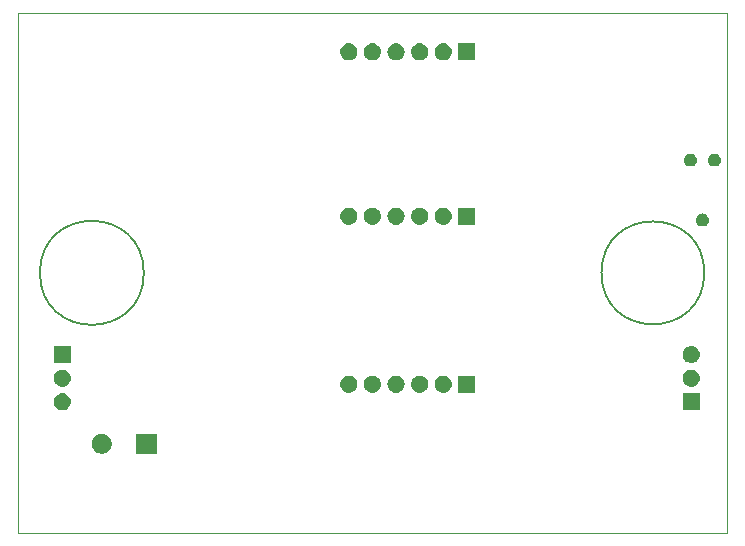
<source format=gbs>
G04 #@! TF.GenerationSoftware,KiCad,Pcbnew,5.1.4+dfsg1-1*
G04 #@! TF.CreationDate,2019-12-10T16:08:13+01:00*
G04 #@! TF.ProjectId,PAC5523,50414335-3532-4332-9e6b-696361645f70,rev?*
G04 #@! TF.SameCoordinates,Original*
G04 #@! TF.FileFunction,Soldermask,Bot*
G04 #@! TF.FilePolarity,Negative*
%FSLAX46Y46*%
G04 Gerber Fmt 4.6, Leading zero omitted, Abs format (unit mm)*
G04 Created by KiCad (PCBNEW 5.1.4+dfsg1-1) date 2019-12-10 16:08:13*
%MOMM*%
%LPD*%
G04 APERTURE LIST*
%ADD10C,0.150000*%
%ADD11C,0.050000*%
%ADD12C,0.100000*%
G04 APERTURE END LIST*
D10*
X30650284Y-45000000D02*
G75*
G03X30650284Y-45000000I-4400284J0D01*
G01*
X78104595Y-45000000D02*
G75*
G03X78104595Y-45000000I-4354595J0D01*
G01*
D11*
X20000000Y-23000000D02*
X80000000Y-23000000D01*
X20000000Y-67000000D02*
X20000000Y-23000000D01*
X80000000Y-67000000D02*
X20000000Y-67000000D01*
X80000000Y-23000000D02*
X80000000Y-67000000D01*
D12*
G36*
X31731000Y-60311000D02*
G01*
X30029000Y-60311000D01*
X30029000Y-58609000D01*
X31731000Y-58609000D01*
X31731000Y-60311000D01*
X31731000Y-60311000D01*
G37*
G36*
X27328228Y-58641703D02*
G01*
X27483100Y-58705853D01*
X27622481Y-58798985D01*
X27741015Y-58917519D01*
X27834147Y-59056900D01*
X27898297Y-59211772D01*
X27931000Y-59376184D01*
X27931000Y-59543816D01*
X27898297Y-59708228D01*
X27834147Y-59863100D01*
X27741015Y-60002481D01*
X27622481Y-60121015D01*
X27483100Y-60214147D01*
X27328228Y-60278297D01*
X27163816Y-60311000D01*
X26996184Y-60311000D01*
X26831772Y-60278297D01*
X26676900Y-60214147D01*
X26537519Y-60121015D01*
X26418985Y-60002481D01*
X26325853Y-59863100D01*
X26261703Y-59708228D01*
X26229000Y-59543816D01*
X26229000Y-59376184D01*
X26261703Y-59211772D01*
X26325853Y-59056900D01*
X26418985Y-58917519D01*
X26537519Y-58798985D01*
X26676900Y-58705853D01*
X26831772Y-58641703D01*
X26996184Y-58609000D01*
X27163816Y-58609000D01*
X27328228Y-58641703D01*
X27328228Y-58641703D01*
G37*
G36*
X23821213Y-55187502D02*
G01*
X23892321Y-55194505D01*
X24029172Y-55236019D01*
X24029175Y-55236020D01*
X24155294Y-55303432D01*
X24265843Y-55394157D01*
X24356568Y-55504706D01*
X24423980Y-55630825D01*
X24423981Y-55630828D01*
X24465495Y-55767679D01*
X24479512Y-55910000D01*
X24465495Y-56052321D01*
X24423981Y-56189172D01*
X24423980Y-56189175D01*
X24356568Y-56315294D01*
X24265843Y-56425843D01*
X24155294Y-56516568D01*
X24029175Y-56583980D01*
X24029172Y-56583981D01*
X23892321Y-56625495D01*
X23821213Y-56632498D01*
X23785660Y-56636000D01*
X23714340Y-56636000D01*
X23678787Y-56632498D01*
X23607679Y-56625495D01*
X23470828Y-56583981D01*
X23470825Y-56583980D01*
X23344706Y-56516568D01*
X23234157Y-56425843D01*
X23143432Y-56315294D01*
X23076020Y-56189175D01*
X23076019Y-56189172D01*
X23034505Y-56052321D01*
X23020488Y-55910000D01*
X23034505Y-55767679D01*
X23076019Y-55630828D01*
X23076020Y-55630825D01*
X23143432Y-55504706D01*
X23234157Y-55394157D01*
X23344706Y-55303432D01*
X23470825Y-55236020D01*
X23470828Y-55236019D01*
X23607679Y-55194505D01*
X23678787Y-55187502D01*
X23714340Y-55184000D01*
X23785660Y-55184000D01*
X23821213Y-55187502D01*
X23821213Y-55187502D01*
G37*
G36*
X77726000Y-56636000D02*
G01*
X76274000Y-56636000D01*
X76274000Y-55184000D01*
X77726000Y-55184000D01*
X77726000Y-56636000D01*
X77726000Y-56636000D01*
G37*
G36*
X58726000Y-55146000D02*
G01*
X57274000Y-55146000D01*
X57274000Y-53694000D01*
X58726000Y-53694000D01*
X58726000Y-55146000D01*
X58726000Y-55146000D01*
G37*
G36*
X56071213Y-53697502D02*
G01*
X56142321Y-53704505D01*
X56279172Y-53746019D01*
X56279175Y-53746020D01*
X56405294Y-53813432D01*
X56515843Y-53904157D01*
X56606568Y-54014706D01*
X56673980Y-54140825D01*
X56673981Y-54140828D01*
X56715495Y-54277679D01*
X56729512Y-54420000D01*
X56715495Y-54562321D01*
X56708924Y-54583981D01*
X56673980Y-54699175D01*
X56606568Y-54825294D01*
X56515843Y-54935843D01*
X56405294Y-55026568D01*
X56279175Y-55093980D01*
X56279172Y-55093981D01*
X56142321Y-55135495D01*
X56071213Y-55142498D01*
X56035660Y-55146000D01*
X55964340Y-55146000D01*
X55928787Y-55142498D01*
X55857679Y-55135495D01*
X55720828Y-55093981D01*
X55720825Y-55093980D01*
X55594706Y-55026568D01*
X55484157Y-54935843D01*
X55393432Y-54825294D01*
X55326020Y-54699175D01*
X55291076Y-54583981D01*
X55284505Y-54562321D01*
X55270488Y-54420000D01*
X55284505Y-54277679D01*
X55326019Y-54140828D01*
X55326020Y-54140825D01*
X55393432Y-54014706D01*
X55484157Y-53904157D01*
X55594706Y-53813432D01*
X55720825Y-53746020D01*
X55720828Y-53746019D01*
X55857679Y-53704505D01*
X55928787Y-53697502D01*
X55964340Y-53694000D01*
X56035660Y-53694000D01*
X56071213Y-53697502D01*
X56071213Y-53697502D01*
G37*
G36*
X54071213Y-53697502D02*
G01*
X54142321Y-53704505D01*
X54279172Y-53746019D01*
X54279175Y-53746020D01*
X54405294Y-53813432D01*
X54515843Y-53904157D01*
X54606568Y-54014706D01*
X54673980Y-54140825D01*
X54673981Y-54140828D01*
X54715495Y-54277679D01*
X54729512Y-54420000D01*
X54715495Y-54562321D01*
X54708924Y-54583981D01*
X54673980Y-54699175D01*
X54606568Y-54825294D01*
X54515843Y-54935843D01*
X54405294Y-55026568D01*
X54279175Y-55093980D01*
X54279172Y-55093981D01*
X54142321Y-55135495D01*
X54071213Y-55142498D01*
X54035660Y-55146000D01*
X53964340Y-55146000D01*
X53928787Y-55142498D01*
X53857679Y-55135495D01*
X53720828Y-55093981D01*
X53720825Y-55093980D01*
X53594706Y-55026568D01*
X53484157Y-54935843D01*
X53393432Y-54825294D01*
X53326020Y-54699175D01*
X53291076Y-54583981D01*
X53284505Y-54562321D01*
X53270488Y-54420000D01*
X53284505Y-54277679D01*
X53326019Y-54140828D01*
X53326020Y-54140825D01*
X53393432Y-54014706D01*
X53484157Y-53904157D01*
X53594706Y-53813432D01*
X53720825Y-53746020D01*
X53720828Y-53746019D01*
X53857679Y-53704505D01*
X53928787Y-53697502D01*
X53964340Y-53694000D01*
X54035660Y-53694000D01*
X54071213Y-53697502D01*
X54071213Y-53697502D01*
G37*
G36*
X52071213Y-53697502D02*
G01*
X52142321Y-53704505D01*
X52279172Y-53746019D01*
X52279175Y-53746020D01*
X52405294Y-53813432D01*
X52515843Y-53904157D01*
X52606568Y-54014706D01*
X52673980Y-54140825D01*
X52673981Y-54140828D01*
X52715495Y-54277679D01*
X52729512Y-54420000D01*
X52715495Y-54562321D01*
X52708924Y-54583981D01*
X52673980Y-54699175D01*
X52606568Y-54825294D01*
X52515843Y-54935843D01*
X52405294Y-55026568D01*
X52279175Y-55093980D01*
X52279172Y-55093981D01*
X52142321Y-55135495D01*
X52071213Y-55142498D01*
X52035660Y-55146000D01*
X51964340Y-55146000D01*
X51928787Y-55142498D01*
X51857679Y-55135495D01*
X51720828Y-55093981D01*
X51720825Y-55093980D01*
X51594706Y-55026568D01*
X51484157Y-54935843D01*
X51393432Y-54825294D01*
X51326020Y-54699175D01*
X51291076Y-54583981D01*
X51284505Y-54562321D01*
X51270488Y-54420000D01*
X51284505Y-54277679D01*
X51326019Y-54140828D01*
X51326020Y-54140825D01*
X51393432Y-54014706D01*
X51484157Y-53904157D01*
X51594706Y-53813432D01*
X51720825Y-53746020D01*
X51720828Y-53746019D01*
X51857679Y-53704505D01*
X51928787Y-53697502D01*
X51964340Y-53694000D01*
X52035660Y-53694000D01*
X52071213Y-53697502D01*
X52071213Y-53697502D01*
G37*
G36*
X50071213Y-53697502D02*
G01*
X50142321Y-53704505D01*
X50279172Y-53746019D01*
X50279175Y-53746020D01*
X50405294Y-53813432D01*
X50515843Y-53904157D01*
X50606568Y-54014706D01*
X50673980Y-54140825D01*
X50673981Y-54140828D01*
X50715495Y-54277679D01*
X50729512Y-54420000D01*
X50715495Y-54562321D01*
X50708924Y-54583981D01*
X50673980Y-54699175D01*
X50606568Y-54825294D01*
X50515843Y-54935843D01*
X50405294Y-55026568D01*
X50279175Y-55093980D01*
X50279172Y-55093981D01*
X50142321Y-55135495D01*
X50071213Y-55142498D01*
X50035660Y-55146000D01*
X49964340Y-55146000D01*
X49928787Y-55142498D01*
X49857679Y-55135495D01*
X49720828Y-55093981D01*
X49720825Y-55093980D01*
X49594706Y-55026568D01*
X49484157Y-54935843D01*
X49393432Y-54825294D01*
X49326020Y-54699175D01*
X49291076Y-54583981D01*
X49284505Y-54562321D01*
X49270488Y-54420000D01*
X49284505Y-54277679D01*
X49326019Y-54140828D01*
X49326020Y-54140825D01*
X49393432Y-54014706D01*
X49484157Y-53904157D01*
X49594706Y-53813432D01*
X49720825Y-53746020D01*
X49720828Y-53746019D01*
X49857679Y-53704505D01*
X49928787Y-53697502D01*
X49964340Y-53694000D01*
X50035660Y-53694000D01*
X50071213Y-53697502D01*
X50071213Y-53697502D01*
G37*
G36*
X48071213Y-53697502D02*
G01*
X48142321Y-53704505D01*
X48279172Y-53746019D01*
X48279175Y-53746020D01*
X48405294Y-53813432D01*
X48515843Y-53904157D01*
X48606568Y-54014706D01*
X48673980Y-54140825D01*
X48673981Y-54140828D01*
X48715495Y-54277679D01*
X48729512Y-54420000D01*
X48715495Y-54562321D01*
X48708924Y-54583981D01*
X48673980Y-54699175D01*
X48606568Y-54825294D01*
X48515843Y-54935843D01*
X48405294Y-55026568D01*
X48279175Y-55093980D01*
X48279172Y-55093981D01*
X48142321Y-55135495D01*
X48071213Y-55142498D01*
X48035660Y-55146000D01*
X47964340Y-55146000D01*
X47928787Y-55142498D01*
X47857679Y-55135495D01*
X47720828Y-55093981D01*
X47720825Y-55093980D01*
X47594706Y-55026568D01*
X47484157Y-54935843D01*
X47393432Y-54825294D01*
X47326020Y-54699175D01*
X47291076Y-54583981D01*
X47284505Y-54562321D01*
X47270488Y-54420000D01*
X47284505Y-54277679D01*
X47326019Y-54140828D01*
X47326020Y-54140825D01*
X47393432Y-54014706D01*
X47484157Y-53904157D01*
X47594706Y-53813432D01*
X47720825Y-53746020D01*
X47720828Y-53746019D01*
X47857679Y-53704505D01*
X47928787Y-53697502D01*
X47964340Y-53694000D01*
X48035660Y-53694000D01*
X48071213Y-53697502D01*
X48071213Y-53697502D01*
G37*
G36*
X77071213Y-53187502D02*
G01*
X77142321Y-53194505D01*
X77279172Y-53236019D01*
X77279175Y-53236020D01*
X77405294Y-53303432D01*
X77515843Y-53394157D01*
X77606568Y-53504706D01*
X77673980Y-53630825D01*
X77673981Y-53630828D01*
X77715495Y-53767679D01*
X77729512Y-53910000D01*
X77715495Y-54052321D01*
X77688647Y-54140825D01*
X77673980Y-54189175D01*
X77606568Y-54315294D01*
X77515843Y-54425843D01*
X77405294Y-54516568D01*
X77279175Y-54583980D01*
X77279172Y-54583981D01*
X77142321Y-54625495D01*
X77071213Y-54632498D01*
X77035660Y-54636000D01*
X76964340Y-54636000D01*
X76928787Y-54632498D01*
X76857679Y-54625495D01*
X76720828Y-54583981D01*
X76720825Y-54583980D01*
X76594706Y-54516568D01*
X76484157Y-54425843D01*
X76393432Y-54315294D01*
X76326020Y-54189175D01*
X76311353Y-54140825D01*
X76284505Y-54052321D01*
X76270488Y-53910000D01*
X76284505Y-53767679D01*
X76326019Y-53630828D01*
X76326020Y-53630825D01*
X76393432Y-53504706D01*
X76484157Y-53394157D01*
X76594706Y-53303432D01*
X76720825Y-53236020D01*
X76720828Y-53236019D01*
X76857679Y-53194505D01*
X76928787Y-53187502D01*
X76964340Y-53184000D01*
X77035660Y-53184000D01*
X77071213Y-53187502D01*
X77071213Y-53187502D01*
G37*
G36*
X23821213Y-53187502D02*
G01*
X23892321Y-53194505D01*
X24029172Y-53236019D01*
X24029175Y-53236020D01*
X24155294Y-53303432D01*
X24265843Y-53394157D01*
X24356568Y-53504706D01*
X24423980Y-53630825D01*
X24423981Y-53630828D01*
X24465495Y-53767679D01*
X24479512Y-53910000D01*
X24465495Y-54052321D01*
X24438647Y-54140825D01*
X24423980Y-54189175D01*
X24356568Y-54315294D01*
X24265843Y-54425843D01*
X24155294Y-54516568D01*
X24029175Y-54583980D01*
X24029172Y-54583981D01*
X23892321Y-54625495D01*
X23821213Y-54632498D01*
X23785660Y-54636000D01*
X23714340Y-54636000D01*
X23678787Y-54632498D01*
X23607679Y-54625495D01*
X23470828Y-54583981D01*
X23470825Y-54583980D01*
X23344706Y-54516568D01*
X23234157Y-54425843D01*
X23143432Y-54315294D01*
X23076020Y-54189175D01*
X23061353Y-54140825D01*
X23034505Y-54052321D01*
X23020488Y-53910000D01*
X23034505Y-53767679D01*
X23076019Y-53630828D01*
X23076020Y-53630825D01*
X23143432Y-53504706D01*
X23234157Y-53394157D01*
X23344706Y-53303432D01*
X23470825Y-53236020D01*
X23470828Y-53236019D01*
X23607679Y-53194505D01*
X23678787Y-53187502D01*
X23714340Y-53184000D01*
X23785660Y-53184000D01*
X23821213Y-53187502D01*
X23821213Y-53187502D01*
G37*
G36*
X77071213Y-51187502D02*
G01*
X77142321Y-51194505D01*
X77279172Y-51236019D01*
X77279175Y-51236020D01*
X77405294Y-51303432D01*
X77515843Y-51394157D01*
X77606568Y-51504706D01*
X77673980Y-51630825D01*
X77673981Y-51630828D01*
X77715495Y-51767679D01*
X77729512Y-51910000D01*
X77715495Y-52052321D01*
X77673981Y-52189172D01*
X77673980Y-52189175D01*
X77606568Y-52315294D01*
X77515843Y-52425843D01*
X77405294Y-52516568D01*
X77279175Y-52583980D01*
X77279172Y-52583981D01*
X77142321Y-52625495D01*
X77071213Y-52632498D01*
X77035660Y-52636000D01*
X76964340Y-52636000D01*
X76928787Y-52632498D01*
X76857679Y-52625495D01*
X76720828Y-52583981D01*
X76720825Y-52583980D01*
X76594706Y-52516568D01*
X76484157Y-52425843D01*
X76393432Y-52315294D01*
X76326020Y-52189175D01*
X76326019Y-52189172D01*
X76284505Y-52052321D01*
X76270488Y-51910000D01*
X76284505Y-51767679D01*
X76326019Y-51630828D01*
X76326020Y-51630825D01*
X76393432Y-51504706D01*
X76484157Y-51394157D01*
X76594706Y-51303432D01*
X76720825Y-51236020D01*
X76720828Y-51236019D01*
X76857679Y-51194505D01*
X76928787Y-51187502D01*
X76964340Y-51184000D01*
X77035660Y-51184000D01*
X77071213Y-51187502D01*
X77071213Y-51187502D01*
G37*
G36*
X24476000Y-52636000D02*
G01*
X23024000Y-52636000D01*
X23024000Y-51184000D01*
X24476000Y-51184000D01*
X24476000Y-52636000D01*
X24476000Y-52636000D01*
G37*
G36*
X78056330Y-39985442D02*
G01*
X78108979Y-39995915D01*
X78142042Y-40009610D01*
X78208170Y-40037001D01*
X78297434Y-40096645D01*
X78373355Y-40172566D01*
X78432999Y-40261830D01*
X78474085Y-40361022D01*
X78495030Y-40466318D01*
X78495030Y-40573682D01*
X78474085Y-40678978D01*
X78432999Y-40778170D01*
X78373355Y-40867434D01*
X78297434Y-40943355D01*
X78208170Y-41002999D01*
X78142042Y-41030390D01*
X78108979Y-41044085D01*
X78056330Y-41054558D01*
X78003682Y-41065030D01*
X77896318Y-41065030D01*
X77843670Y-41054558D01*
X77791021Y-41044085D01*
X77757958Y-41030390D01*
X77691830Y-41002999D01*
X77602566Y-40943355D01*
X77526645Y-40867434D01*
X77467001Y-40778170D01*
X77425915Y-40678978D01*
X77404970Y-40573682D01*
X77404970Y-40466318D01*
X77425915Y-40361022D01*
X77467001Y-40261830D01*
X77526645Y-40172566D01*
X77602566Y-40096645D01*
X77691830Y-40037001D01*
X77757958Y-40009610D01*
X77791021Y-39995915D01*
X77843670Y-39985442D01*
X77896318Y-39974970D01*
X78003682Y-39974970D01*
X78056330Y-39985442D01*
X78056330Y-39985442D01*
G37*
G36*
X48071213Y-39477502D02*
G01*
X48142321Y-39484505D01*
X48279172Y-39526019D01*
X48279175Y-39526020D01*
X48405294Y-39593432D01*
X48515843Y-39684157D01*
X48606568Y-39794706D01*
X48673980Y-39920825D01*
X48673981Y-39920828D01*
X48715495Y-40057679D01*
X48729512Y-40200000D01*
X48715495Y-40342321D01*
X48677880Y-40466318D01*
X48673980Y-40479175D01*
X48606568Y-40605294D01*
X48515843Y-40715843D01*
X48405294Y-40806568D01*
X48279175Y-40873980D01*
X48279172Y-40873981D01*
X48142321Y-40915495D01*
X48071213Y-40922498D01*
X48035660Y-40926000D01*
X47964340Y-40926000D01*
X47928787Y-40922498D01*
X47857679Y-40915495D01*
X47720828Y-40873981D01*
X47720825Y-40873980D01*
X47594706Y-40806568D01*
X47484157Y-40715843D01*
X47393432Y-40605294D01*
X47326020Y-40479175D01*
X47322120Y-40466318D01*
X47284505Y-40342321D01*
X47270488Y-40200000D01*
X47284505Y-40057679D01*
X47326019Y-39920828D01*
X47326020Y-39920825D01*
X47393432Y-39794706D01*
X47484157Y-39684157D01*
X47594706Y-39593432D01*
X47720825Y-39526020D01*
X47720828Y-39526019D01*
X47857679Y-39484505D01*
X47928787Y-39477502D01*
X47964340Y-39474000D01*
X48035660Y-39474000D01*
X48071213Y-39477502D01*
X48071213Y-39477502D01*
G37*
G36*
X50071213Y-39477502D02*
G01*
X50142321Y-39484505D01*
X50279172Y-39526019D01*
X50279175Y-39526020D01*
X50405294Y-39593432D01*
X50515843Y-39684157D01*
X50606568Y-39794706D01*
X50673980Y-39920825D01*
X50673981Y-39920828D01*
X50715495Y-40057679D01*
X50729512Y-40200000D01*
X50715495Y-40342321D01*
X50677880Y-40466318D01*
X50673980Y-40479175D01*
X50606568Y-40605294D01*
X50515843Y-40715843D01*
X50405294Y-40806568D01*
X50279175Y-40873980D01*
X50279172Y-40873981D01*
X50142321Y-40915495D01*
X50071213Y-40922498D01*
X50035660Y-40926000D01*
X49964340Y-40926000D01*
X49928787Y-40922498D01*
X49857679Y-40915495D01*
X49720828Y-40873981D01*
X49720825Y-40873980D01*
X49594706Y-40806568D01*
X49484157Y-40715843D01*
X49393432Y-40605294D01*
X49326020Y-40479175D01*
X49322120Y-40466318D01*
X49284505Y-40342321D01*
X49270488Y-40200000D01*
X49284505Y-40057679D01*
X49326019Y-39920828D01*
X49326020Y-39920825D01*
X49393432Y-39794706D01*
X49484157Y-39684157D01*
X49594706Y-39593432D01*
X49720825Y-39526020D01*
X49720828Y-39526019D01*
X49857679Y-39484505D01*
X49928787Y-39477502D01*
X49964340Y-39474000D01*
X50035660Y-39474000D01*
X50071213Y-39477502D01*
X50071213Y-39477502D01*
G37*
G36*
X52071213Y-39477502D02*
G01*
X52142321Y-39484505D01*
X52279172Y-39526019D01*
X52279175Y-39526020D01*
X52405294Y-39593432D01*
X52515843Y-39684157D01*
X52606568Y-39794706D01*
X52673980Y-39920825D01*
X52673981Y-39920828D01*
X52715495Y-40057679D01*
X52729512Y-40200000D01*
X52715495Y-40342321D01*
X52677880Y-40466318D01*
X52673980Y-40479175D01*
X52606568Y-40605294D01*
X52515843Y-40715843D01*
X52405294Y-40806568D01*
X52279175Y-40873980D01*
X52279172Y-40873981D01*
X52142321Y-40915495D01*
X52071213Y-40922498D01*
X52035660Y-40926000D01*
X51964340Y-40926000D01*
X51928787Y-40922498D01*
X51857679Y-40915495D01*
X51720828Y-40873981D01*
X51720825Y-40873980D01*
X51594706Y-40806568D01*
X51484157Y-40715843D01*
X51393432Y-40605294D01*
X51326020Y-40479175D01*
X51322120Y-40466318D01*
X51284505Y-40342321D01*
X51270488Y-40200000D01*
X51284505Y-40057679D01*
X51326019Y-39920828D01*
X51326020Y-39920825D01*
X51393432Y-39794706D01*
X51484157Y-39684157D01*
X51594706Y-39593432D01*
X51720825Y-39526020D01*
X51720828Y-39526019D01*
X51857679Y-39484505D01*
X51928787Y-39477502D01*
X51964340Y-39474000D01*
X52035660Y-39474000D01*
X52071213Y-39477502D01*
X52071213Y-39477502D01*
G37*
G36*
X54071213Y-39477502D02*
G01*
X54142321Y-39484505D01*
X54279172Y-39526019D01*
X54279175Y-39526020D01*
X54405294Y-39593432D01*
X54515843Y-39684157D01*
X54606568Y-39794706D01*
X54673980Y-39920825D01*
X54673981Y-39920828D01*
X54715495Y-40057679D01*
X54729512Y-40200000D01*
X54715495Y-40342321D01*
X54677880Y-40466318D01*
X54673980Y-40479175D01*
X54606568Y-40605294D01*
X54515843Y-40715843D01*
X54405294Y-40806568D01*
X54279175Y-40873980D01*
X54279172Y-40873981D01*
X54142321Y-40915495D01*
X54071213Y-40922498D01*
X54035660Y-40926000D01*
X53964340Y-40926000D01*
X53928787Y-40922498D01*
X53857679Y-40915495D01*
X53720828Y-40873981D01*
X53720825Y-40873980D01*
X53594706Y-40806568D01*
X53484157Y-40715843D01*
X53393432Y-40605294D01*
X53326020Y-40479175D01*
X53322120Y-40466318D01*
X53284505Y-40342321D01*
X53270488Y-40200000D01*
X53284505Y-40057679D01*
X53326019Y-39920828D01*
X53326020Y-39920825D01*
X53393432Y-39794706D01*
X53484157Y-39684157D01*
X53594706Y-39593432D01*
X53720825Y-39526020D01*
X53720828Y-39526019D01*
X53857679Y-39484505D01*
X53928787Y-39477502D01*
X53964340Y-39474000D01*
X54035660Y-39474000D01*
X54071213Y-39477502D01*
X54071213Y-39477502D01*
G37*
G36*
X56071213Y-39477502D02*
G01*
X56142321Y-39484505D01*
X56279172Y-39526019D01*
X56279175Y-39526020D01*
X56405294Y-39593432D01*
X56515843Y-39684157D01*
X56606568Y-39794706D01*
X56673980Y-39920825D01*
X56673981Y-39920828D01*
X56715495Y-40057679D01*
X56729512Y-40200000D01*
X56715495Y-40342321D01*
X56677880Y-40466318D01*
X56673980Y-40479175D01*
X56606568Y-40605294D01*
X56515843Y-40715843D01*
X56405294Y-40806568D01*
X56279175Y-40873980D01*
X56279172Y-40873981D01*
X56142321Y-40915495D01*
X56071213Y-40922498D01*
X56035660Y-40926000D01*
X55964340Y-40926000D01*
X55928787Y-40922498D01*
X55857679Y-40915495D01*
X55720828Y-40873981D01*
X55720825Y-40873980D01*
X55594706Y-40806568D01*
X55484157Y-40715843D01*
X55393432Y-40605294D01*
X55326020Y-40479175D01*
X55322120Y-40466318D01*
X55284505Y-40342321D01*
X55270488Y-40200000D01*
X55284505Y-40057679D01*
X55326019Y-39920828D01*
X55326020Y-39920825D01*
X55393432Y-39794706D01*
X55484157Y-39684157D01*
X55594706Y-39593432D01*
X55720825Y-39526020D01*
X55720828Y-39526019D01*
X55857679Y-39484505D01*
X55928787Y-39477502D01*
X55964340Y-39474000D01*
X56035660Y-39474000D01*
X56071213Y-39477502D01*
X56071213Y-39477502D01*
G37*
G36*
X58726000Y-40926000D02*
G01*
X57274000Y-40926000D01*
X57274000Y-39474000D01*
X58726000Y-39474000D01*
X58726000Y-40926000D01*
X58726000Y-40926000D01*
G37*
G36*
X79124609Y-34917136D02*
G01*
X79223567Y-34958126D01*
X79312627Y-35017634D01*
X79388366Y-35093373D01*
X79447874Y-35182433D01*
X79488864Y-35281391D01*
X79509760Y-35386444D01*
X79509760Y-35493556D01*
X79488864Y-35598609D01*
X79447874Y-35697567D01*
X79388366Y-35786627D01*
X79312627Y-35862366D01*
X79223567Y-35921874D01*
X79223566Y-35921875D01*
X79223565Y-35921875D01*
X79124609Y-35962864D01*
X79019557Y-35983760D01*
X78912443Y-35983760D01*
X78807391Y-35962864D01*
X78708435Y-35921875D01*
X78708434Y-35921875D01*
X78708433Y-35921874D01*
X78619373Y-35862366D01*
X78543634Y-35786627D01*
X78484126Y-35697567D01*
X78443136Y-35598609D01*
X78422240Y-35493556D01*
X78422240Y-35386444D01*
X78443136Y-35281391D01*
X78484126Y-35182433D01*
X78543634Y-35093373D01*
X78619373Y-35017634D01*
X78708433Y-34958126D01*
X78807391Y-34917136D01*
X78912443Y-34896240D01*
X79019557Y-34896240D01*
X79124609Y-34917136D01*
X79124609Y-34917136D01*
G37*
G36*
X77092609Y-34917136D02*
G01*
X77191567Y-34958126D01*
X77280627Y-35017634D01*
X77356366Y-35093373D01*
X77415874Y-35182433D01*
X77456864Y-35281391D01*
X77477760Y-35386444D01*
X77477760Y-35493556D01*
X77456864Y-35598609D01*
X77415874Y-35697567D01*
X77356366Y-35786627D01*
X77280627Y-35862366D01*
X77191567Y-35921874D01*
X77191566Y-35921875D01*
X77191565Y-35921875D01*
X77092609Y-35962864D01*
X76987557Y-35983760D01*
X76880443Y-35983760D01*
X76775391Y-35962864D01*
X76676435Y-35921875D01*
X76676434Y-35921875D01*
X76676433Y-35921874D01*
X76587373Y-35862366D01*
X76511634Y-35786627D01*
X76452126Y-35697567D01*
X76411136Y-35598609D01*
X76390240Y-35493556D01*
X76390240Y-35386444D01*
X76411136Y-35281391D01*
X76452126Y-35182433D01*
X76511634Y-35093373D01*
X76587373Y-35017634D01*
X76676433Y-34958126D01*
X76775391Y-34917136D01*
X76880443Y-34896240D01*
X76987557Y-34896240D01*
X77092609Y-34917136D01*
X77092609Y-34917136D01*
G37*
G36*
X58726000Y-27006000D02*
G01*
X57274000Y-27006000D01*
X57274000Y-25554000D01*
X58726000Y-25554000D01*
X58726000Y-27006000D01*
X58726000Y-27006000D01*
G37*
G36*
X56071213Y-25557502D02*
G01*
X56142321Y-25564505D01*
X56279172Y-25606019D01*
X56279175Y-25606020D01*
X56405294Y-25673432D01*
X56515843Y-25764157D01*
X56606568Y-25874706D01*
X56673980Y-26000825D01*
X56673981Y-26000828D01*
X56715495Y-26137679D01*
X56729512Y-26280000D01*
X56715495Y-26422321D01*
X56673981Y-26559172D01*
X56673980Y-26559175D01*
X56606568Y-26685294D01*
X56515843Y-26795843D01*
X56405294Y-26886568D01*
X56279175Y-26953980D01*
X56279172Y-26953981D01*
X56142321Y-26995495D01*
X56071213Y-27002498D01*
X56035660Y-27006000D01*
X55964340Y-27006000D01*
X55928787Y-27002498D01*
X55857679Y-26995495D01*
X55720828Y-26953981D01*
X55720825Y-26953980D01*
X55594706Y-26886568D01*
X55484157Y-26795843D01*
X55393432Y-26685294D01*
X55326020Y-26559175D01*
X55326019Y-26559172D01*
X55284505Y-26422321D01*
X55270488Y-26280000D01*
X55284505Y-26137679D01*
X55326019Y-26000828D01*
X55326020Y-26000825D01*
X55393432Y-25874706D01*
X55484157Y-25764157D01*
X55594706Y-25673432D01*
X55720825Y-25606020D01*
X55720828Y-25606019D01*
X55857679Y-25564505D01*
X55928787Y-25557502D01*
X55964340Y-25554000D01*
X56035660Y-25554000D01*
X56071213Y-25557502D01*
X56071213Y-25557502D01*
G37*
G36*
X54071213Y-25557502D02*
G01*
X54142321Y-25564505D01*
X54279172Y-25606019D01*
X54279175Y-25606020D01*
X54405294Y-25673432D01*
X54515843Y-25764157D01*
X54606568Y-25874706D01*
X54673980Y-26000825D01*
X54673981Y-26000828D01*
X54715495Y-26137679D01*
X54729512Y-26280000D01*
X54715495Y-26422321D01*
X54673981Y-26559172D01*
X54673980Y-26559175D01*
X54606568Y-26685294D01*
X54515843Y-26795843D01*
X54405294Y-26886568D01*
X54279175Y-26953980D01*
X54279172Y-26953981D01*
X54142321Y-26995495D01*
X54071213Y-27002498D01*
X54035660Y-27006000D01*
X53964340Y-27006000D01*
X53928787Y-27002498D01*
X53857679Y-26995495D01*
X53720828Y-26953981D01*
X53720825Y-26953980D01*
X53594706Y-26886568D01*
X53484157Y-26795843D01*
X53393432Y-26685294D01*
X53326020Y-26559175D01*
X53326019Y-26559172D01*
X53284505Y-26422321D01*
X53270488Y-26280000D01*
X53284505Y-26137679D01*
X53326019Y-26000828D01*
X53326020Y-26000825D01*
X53393432Y-25874706D01*
X53484157Y-25764157D01*
X53594706Y-25673432D01*
X53720825Y-25606020D01*
X53720828Y-25606019D01*
X53857679Y-25564505D01*
X53928787Y-25557502D01*
X53964340Y-25554000D01*
X54035660Y-25554000D01*
X54071213Y-25557502D01*
X54071213Y-25557502D01*
G37*
G36*
X52071213Y-25557502D02*
G01*
X52142321Y-25564505D01*
X52279172Y-25606019D01*
X52279175Y-25606020D01*
X52405294Y-25673432D01*
X52515843Y-25764157D01*
X52606568Y-25874706D01*
X52673980Y-26000825D01*
X52673981Y-26000828D01*
X52715495Y-26137679D01*
X52729512Y-26280000D01*
X52715495Y-26422321D01*
X52673981Y-26559172D01*
X52673980Y-26559175D01*
X52606568Y-26685294D01*
X52515843Y-26795843D01*
X52405294Y-26886568D01*
X52279175Y-26953980D01*
X52279172Y-26953981D01*
X52142321Y-26995495D01*
X52071213Y-27002498D01*
X52035660Y-27006000D01*
X51964340Y-27006000D01*
X51928787Y-27002498D01*
X51857679Y-26995495D01*
X51720828Y-26953981D01*
X51720825Y-26953980D01*
X51594706Y-26886568D01*
X51484157Y-26795843D01*
X51393432Y-26685294D01*
X51326020Y-26559175D01*
X51326019Y-26559172D01*
X51284505Y-26422321D01*
X51270488Y-26280000D01*
X51284505Y-26137679D01*
X51326019Y-26000828D01*
X51326020Y-26000825D01*
X51393432Y-25874706D01*
X51484157Y-25764157D01*
X51594706Y-25673432D01*
X51720825Y-25606020D01*
X51720828Y-25606019D01*
X51857679Y-25564505D01*
X51928787Y-25557502D01*
X51964340Y-25554000D01*
X52035660Y-25554000D01*
X52071213Y-25557502D01*
X52071213Y-25557502D01*
G37*
G36*
X50071213Y-25557502D02*
G01*
X50142321Y-25564505D01*
X50279172Y-25606019D01*
X50279175Y-25606020D01*
X50405294Y-25673432D01*
X50515843Y-25764157D01*
X50606568Y-25874706D01*
X50673980Y-26000825D01*
X50673981Y-26000828D01*
X50715495Y-26137679D01*
X50729512Y-26280000D01*
X50715495Y-26422321D01*
X50673981Y-26559172D01*
X50673980Y-26559175D01*
X50606568Y-26685294D01*
X50515843Y-26795843D01*
X50405294Y-26886568D01*
X50279175Y-26953980D01*
X50279172Y-26953981D01*
X50142321Y-26995495D01*
X50071213Y-27002498D01*
X50035660Y-27006000D01*
X49964340Y-27006000D01*
X49928787Y-27002498D01*
X49857679Y-26995495D01*
X49720828Y-26953981D01*
X49720825Y-26953980D01*
X49594706Y-26886568D01*
X49484157Y-26795843D01*
X49393432Y-26685294D01*
X49326020Y-26559175D01*
X49326019Y-26559172D01*
X49284505Y-26422321D01*
X49270488Y-26280000D01*
X49284505Y-26137679D01*
X49326019Y-26000828D01*
X49326020Y-26000825D01*
X49393432Y-25874706D01*
X49484157Y-25764157D01*
X49594706Y-25673432D01*
X49720825Y-25606020D01*
X49720828Y-25606019D01*
X49857679Y-25564505D01*
X49928787Y-25557502D01*
X49964340Y-25554000D01*
X50035660Y-25554000D01*
X50071213Y-25557502D01*
X50071213Y-25557502D01*
G37*
G36*
X48071213Y-25557502D02*
G01*
X48142321Y-25564505D01*
X48279172Y-25606019D01*
X48279175Y-25606020D01*
X48405294Y-25673432D01*
X48515843Y-25764157D01*
X48606568Y-25874706D01*
X48673980Y-26000825D01*
X48673981Y-26000828D01*
X48715495Y-26137679D01*
X48729512Y-26280000D01*
X48715495Y-26422321D01*
X48673981Y-26559172D01*
X48673980Y-26559175D01*
X48606568Y-26685294D01*
X48515843Y-26795843D01*
X48405294Y-26886568D01*
X48279175Y-26953980D01*
X48279172Y-26953981D01*
X48142321Y-26995495D01*
X48071213Y-27002498D01*
X48035660Y-27006000D01*
X47964340Y-27006000D01*
X47928787Y-27002498D01*
X47857679Y-26995495D01*
X47720828Y-26953981D01*
X47720825Y-26953980D01*
X47594706Y-26886568D01*
X47484157Y-26795843D01*
X47393432Y-26685294D01*
X47326020Y-26559175D01*
X47326019Y-26559172D01*
X47284505Y-26422321D01*
X47270488Y-26280000D01*
X47284505Y-26137679D01*
X47326019Y-26000828D01*
X47326020Y-26000825D01*
X47393432Y-25874706D01*
X47484157Y-25764157D01*
X47594706Y-25673432D01*
X47720825Y-25606020D01*
X47720828Y-25606019D01*
X47857679Y-25564505D01*
X47928787Y-25557502D01*
X47964340Y-25554000D01*
X48035660Y-25554000D01*
X48071213Y-25557502D01*
X48071213Y-25557502D01*
G37*
M02*

</source>
